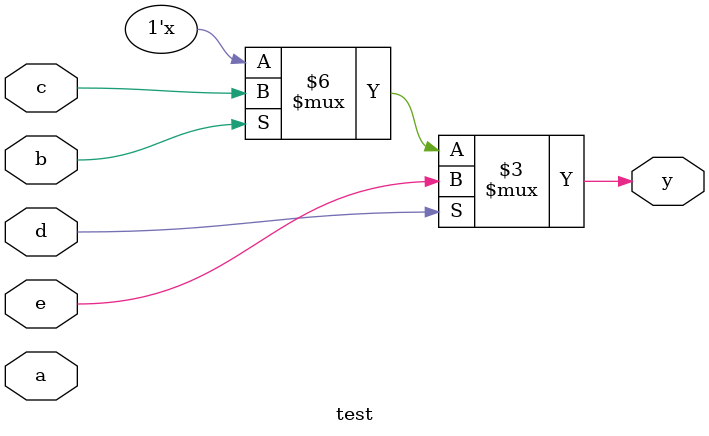
<source format=v>
`timescale 1ns/1ns 
module tb_arbiter;
 reg req0=0;
 reg req1=0;
 wire gnt0;
 wire gnt1;
 reg clk=0;
 reg reset =0;

arbiter3 a1(.req0(req0), .req1(req1), .gnt0(gnt0), 
	.gnt1(gnt1),.clk(clk), .reset(reset));

 always #5 clk=~clk;
 initial
 begin
	 #200 $finish;
 end
 initial
 begin
	 $dumpfile("output.vcd");
	 $dumpvars;
	#10 req1 = 1;
	#20 req1 = 0;
	#10 req0 = 1;
	#10 req0 = 0;
        #10 req1 = 0;
	//#20 req0 = 1; req1=0;
	//#20 req0 = 0;
 end 

 initial
 begin
	 reset = 1;
	 #9 reset = 0;
	 //#70 reset = 1;
	 //#20 reset = 0;
 end
endmodule


module arbiter (req0,
		req1,
		gnt0,
		gnt1,
		clk,
		reset);
	input req0,req1;
	input clk, reset;
	output reg gnt0, gnt1;
	reg[1:0] state;

	parameter IDLE = 0;
	parameter GNT0 = 1;
	parameter GNT1 = 2;

	always @(posedge clk)
	begin: FIRST_ARBITER
		if (reset) 
		begin
			gnt1 <= #1 0;
			gnt0 <= #1 0;
			state <= #1 IDLE;
		end else case (state)
			IDLE:
			begin
				if (req0) 
				begin
					state <= #1 GNT0;
					gnt0 <= #1 1;
				end else if (req1)
				begin
					gnt1 <=#1 1;
					state <= #1 GNT1;
				end else begin
					gnt0<=#1 0;
					gnt1<=#1 0;
					state <= #1 IDLE;
				end
			end

			GNT0:
			begin
				if (req0) begin
					gnt0 <=#1 1;
					state <=#1 GNT0;
				end else begin
					gnt1 <=#1 0;
					state <=#1 IDLE;
				end
			end

			GNT1:
			begin
				if (req1) begin
					state <= #1 GNT1;
				end else begin
					gnt1 <=#1 0; 
					state <= #1 IDLE;
				end
			end
			//default: state <= #1 state;
			default:
				state = IDLE;
		endcase


	end

	always @(posedge clk)
	begin
		if (state == IDLE) begin
			$display(" state is IDLE  %d \n", state);
		end else if (state == GNT0) begin
			$display(" state is GNT0 %d \n", state);
		end else begin
			$display(" state is GNT1 %d \n", state);
		end

	end
endmodule

module arbiter2 ( req0, req1, gnt0, gnt1, reset, clk);
input req0, req1, reset, clk;
output reg gnt0, gnt1;

 always @(posedge clk)
 begin: SECOND_ARBITER
	if (reset) begin
		gnt0 <= #1 0;
		gnt1 <= #1 0;
	end else if (req0 == 1 && req1 == 1) begin
		gnt0 <= #1 1;
		gnt1 <= #1 0;
	end else if (req0 == 0 && req1 == 1 ) begin
		gnt0 <= #1 0;
		gnt1 <= #1 1;
	end else if (req0 == 0 && req1 == 0 ) begin
		gnt0 <= #1 0;
		gnt1 <= #1 0;
	end else begin
		gnt0 <= #1 1;
		gnt1 <= #1 0;
	end
 end
endmodule

module arbiter3( req0, req1, reset, clk, gnt0, gnt1);
input req0, req1,reset, clk;
output reg gnt0, gnt1;
reg [1:0] next_state, state;

 parameter IDLE=0;
 parameter GNT0=1;
 parameter GNT1=2;

 always @(state, req0, req1)
 begin : COMB_LOGIC
	 next_state = IDLE;
	 case (state)
	 IDLE: if (req0 == 1 ) begin
	  	 next_state = GNT0;
		 //gnt0 = 1;
	   end else if (req1==1) begin
		 next_state = GNT1;
		 //gnt1 = 1;
	   end else begin
		 next_state = IDLE;
	   end
	 GNT0: if (req0 == 1)
		   next_state = GNT0;
	      else begin
		   next_state = IDLE;
	   end

	   GNT1: if (req1 ==1) begin
		   next_state = GNT1;
	   end else begin
		   next_state = IDLE;
	   end

	 default:
		next_state = IDLE; 
	 endcase
 end

 always @(posedge clk) 
 begin : OUTPUT_LOGIC
	 if (reset) begin
		 gnt0 <= #1 0;
		 gnt1 <= #1 0;
		 state <= #1 IDLE;
	 end else begin
		 $monitor(" time for state assignment %d is %d \n",state, $time);
		 case (state)
			 IDLE: begin
				 $display("set both gnt0 and gnt1 0");
		 		 state <= #1 next_state;
				 gnt0<=  #1 0;
		       		 gnt1<=  #1 0;
			 end
			 GNT0: begin
				 gnt0 <= #1 1;
		 		 state <= #1 next_state;
			 end
			 GNT1: begin
				$display(" time for gnt1 assertion is %d ", $time); 
			 	gnt1 <= #1 1;
		 		state <= #1 next_state;
				$display(" gnt1 is %d at time %d ", gnt1,$time);
			end		
			default: begin
		 		state <= #1 next_state;
		 		state <= IDLE;
			end
		 endcase
	 end
 end
endmodule

module test(input a, b,c,d,e,
	output reg y);
	always @(*)
	begin
		y<=a;
		if (b)
			y= #1 c;
		if (d)
			y= #1 e;
	end

endmodule

</source>
